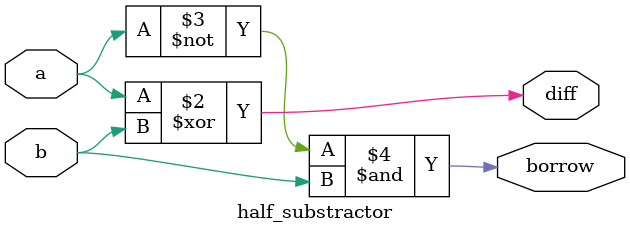
<source format=v>
module half_substractor (a,b,diff,borrow);
input a;
input b;
output reg diff;
output reg borrow;

always@(a or b) begin

  diff=a^b;
  borrow=(~a)&b;

end
endmodule

</source>
